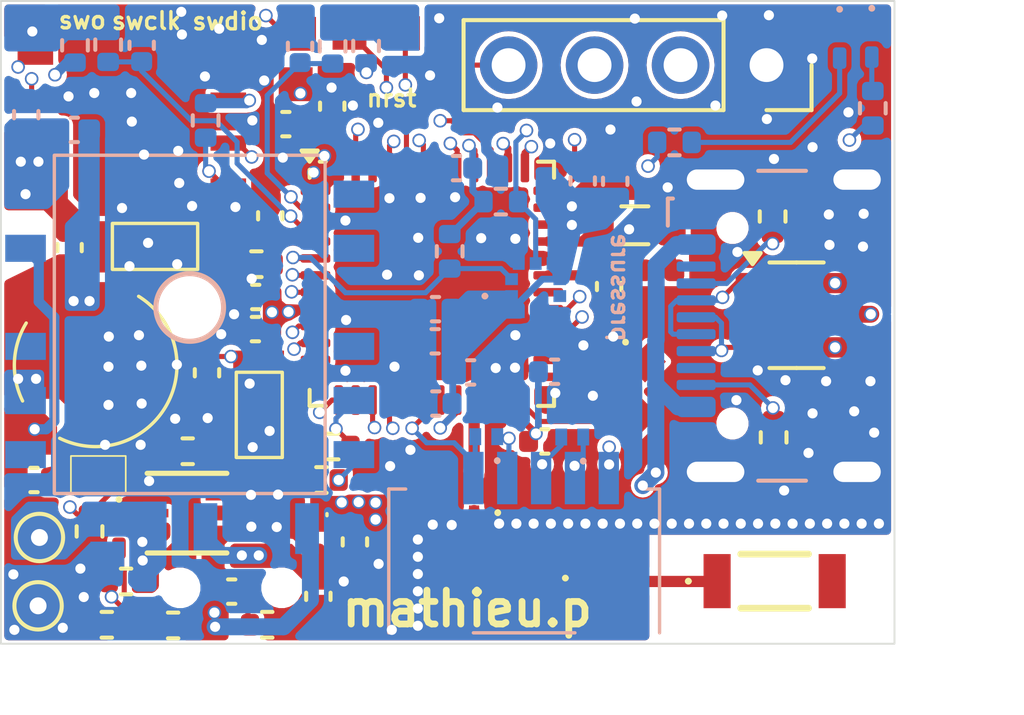
<source format=kicad_pcb>
(kicad_pcb (version 20240108) (generator "pcbnew") (generator_version "8.0")
  (layers (0 "F.Cu" signal) (1 "In1.Cu" signal) (2 "In2.Cu" signal) (3 "In3.Cu" signal) (4 "In4.Cu" signal) (31 "B.Cu" signal) (34 "B.Paste" user) (35 "F.Paste" user) (36 "B.SilkS" user "B.Silkscreen") (37 "F.SilkS" user "F.Silkscreen") (38 "B.Mask" user) (39 "F.Mask" user) (44 "Edge.Cuts" user))
  (net 0 "")
  (net 1 "Net-(BT1-+)")
  (net 2 "GNDGPS")
  (net 3 "Net-(U1-VFBSMPS)")
  (net 4 "GND")
  (net 5 "+3.3V")
  (net 6 "vusb")
  (net 7 "Net-(C3-Pad2)")
  (net 8 "Net-(SW1-B)")
  (net 9 "B2")
  (net 10 "B1")
  (net 11 "Net-(U1-NRST)")
  (net 12 "Net-(U1-PH3)")
  (net 13 "Net-(D1-A)")
  (net 14 "Net-(D1-K)")
  (net 15 "Net-(FL1-OUT)")
  (net 16 "Net-(FL1-IN)")
  (net 17 "Net-(IC1-IN)")
  (net 18 "SPI_MOSi")
  (net 19 "SPI_SCK")
  (net 20 "SPI_MISO")
  (net 21 "SPI_CS")
  (net 22 "COMPASSDA")
  (net 23 "COMPASSCL")
  (net 24 "USART_RX")
  (net 25 "USART_TX")
  (net 26 "OLED_SCL")
  (net 27 "OLED_SDA")
  (net 28 "Net-(J4-CC2)")
  (net 30 "Net-(J4-D--PadA7)")
  (net 31 "Net-(J4-D+-PadA6)")
  (net 32 "Net-(J4-CC1)")
  (net 34 "Net-(L1-Pad2)")
  (net 35 "Net-(U1-VLXSMPS)")
  (net 36 "Net-(PA1010D1-RX)")
  (net 40 "Net-(PA1010D1-TX)")
  (net 43 "ALIMGPS")
  (net 44 "Net-(U2-PROG)")
  (net 45 "Net-(R10-Pad1)")
  (net 46 "Net-(R8-Pad2)")
  (net 47 "GPSRX")
  (net 48 "GPSTX")
  (net 49 "Net-(U1-PA4)")
  (net 50 "BAT+")
  (net 51 "SWDIO")
  (net 52 "SWCLK")
  (net 53 "SWO")
  (net 61 "D+")
  (net 62 "HSE_OUT")
  (net 63 "D-")
  (net 65 "HSE_IN")
  (net 68 "Net-(D2-A)")
  (net 69 "Net-(D3-A)")
  (net 70 "Net-(U1-PB0)")
  (net 71 "Net-(U1-PB1)")
  (footprint "Resistor_SMD:R_0402_1005Metric" (layer "F.Cu") (at 133.82 109.51)
    (property "Reference" "R4" (hide yes))
    (property "Value" "1R" (hide yes))
  )
  (footprint "Capacitor_SMD:C_0402_1005Metric" (layer "F.Cu") (at 135.74 94.18 -90)
    (property "Reference" "C21" (hide yes))
    (property "Value" "100n" (hide yes))
  )
  (footprint "custom_testpoint:TestPoint_Pad_1.0x1.0mm" (layer "F.Cu") (at 134.66 93.53)
    (property "Reference" "REF**" (hide yes))
    (property "Value" "TestPoint_Pad_1.0x1.0mm" (hide yes))
  )
  (footprint "74889302450(antenne):74889302450" (layer "F.Cu") (at 148.81 108.22)
    (property "Reference" "ANT1" (hide yes))
    (property "Value" "74889302450" (hide yes))
  )
  (footprint "DLF162500LT-5028A1:DLF162500LT5028A1" (layer "F.Cu") (at 143.877 108.23)
    (property "Reference" "FL1" (hide yes))
    (property "Value" "LFCN-2400D" (hide yes))
  )
  (footprint "830069494:830069494" (layer "F.Cu") (at 144.91 102.56 -135)
    (property "Reference" "Y1" (hide yes))
    (property "Value" "Crystal_GND24" (hide yes))
  )
  (footprint "Resistor_SMD:R_0402_1005Metric" (layer "F.Cu") (at 129.65 108.23 180)
    (property "Reference" "R17" (hide yes))
    (property "Value" "50k" (hide yes))
  )
  (footprint "custom_testpoint:TestPoint_Pad_1.0x1.0mm" (layer "F.Cu") (at 136.25 92.01)
    (property "Reference" "REF**" (hide yes))
    (property "Value" "TestPoint_Pad_1.0x1.0mm" (hide yes))
  )
  (footprint "Inductor_SMD:L_0402_1005Metric" (layer "F.Cu") (at 145.36 99.03 180)
    (property "Reference" "L2" (hide yes))
    (property "Value" "10n" (hide yes))
  )
  (footprint "Connector_PinSocket_2.54mm:PinSocket_1x04_P2.54mm_Vertical" (layer "F.Cu") (at 148.57 92.965 -90)
    (property "Reference" "J3" (hide yes))
    (property "Value" "OLED" (hide yes))
  )
  (footprint "LTC4065:DFN-6_DC_LIT" (layer "F.Cu") (at 131.450001 106.209999)
    (property "Reference" "U2" (hide yes))
    (property "Value" "LTC4065AEDC" (hide yes))
  )
  (footprint "custom_testpoint:TestPoint_Pad_1.0x1.0mm" (layer "F.Cu") (at 137.83 92.02)
    (property "Reference" "REF**" (hide yes))
    (property "Value" "TestPoint_Pad_1.0x1.0mm" (hide yes))
  )
  (footprint "Capacitor_SMD:C_0402_1005Metric" (layer "F.Cu") (at 132.77 108.53)
    (property "Reference" "C3" (hide yes))
    (property "Value" "1u" (hide yes))
  )
  (footprint "Package_DFN_QFN:QFN-48-1EP_7x7mm_P0.5mm_EP5.6x5.6mm" (layer "F.Cu") (at 138.6825 99.43)
    (property "Reference" "U1" (hide yes))
    (property "Value" "STM32WB55CGUx" (hide yes))
  )
  (footprint "MLPF-WB-01E3:MLPFWB01E3" (layer "F.Cu") (at 139.68 105.547 180)
    (property "Reference" "IC1" (hide yes))
    (property "Value" "MLPF-WB-01E3" (hide yes))
  )
  (footprint "Package_TO_SOT_SMD:SOT-23-6" (layer "F.Cu") (at 149.4575 100.36)
    (property "Reference" "U4" (hide yes))
    (property "Value" "USBLC6-2SC6" (hide yes))
  )
  (footprint "Resistor_SMD:R_0402_1005Metric" (layer "F.Cu") (at 133.5 98.85 180)
    (property "Reference" "R16" (hide yes))
    (property "Value" "10k" (hide yes))
  )
  (footprint "Capacitor_SMD:C_0402_1005Metric" (layer "F.Cu") (at 127.98 98.36 -90)
    (property "Reference" "C9" (hide yes))
    (property "Value" "0.1u" (hide yes))
  )
  (footprint "custom_testpoint:TestPoint_Pad_1.0x1.0mm" (layer "F.Cu") (at 134.76 92.04)
    (property "Reference" "REF**" (hide yes))
    (property "Value" "TestPoint_Pad_1.0x1.0mm" (hide yes))
  )
  (footprint "MS414:MS421R-IV03E" (layer "F.Cu") (at 129.85 99.44 180)
    (property "Reference" "BT1" (hide yes))
    (property "Value" "ML414S" (hide yes))
  )
  (footprint "Capacitor_SMD:C_0402_1005Metric" (layer "F.Cu") (at 134.37 94.71)
    (property "Reference" "C26" (hide yes))
    (property "Value" "100n" (hide yes))
  )
  (footprint "Resistor_SMD:R_0402_1005Metric" (layer "F.Cu") (at 135.77 104.24)
    (property "Reference" "R12" (hide yes))
    (property "Value" "470R" (hide yes))
  )
  (footprint "Capacitor_SMD:C_0402_1005Metric" (layer "F.Cu") (at 142.02 104.09 180)
    (property "Reference" "C23" (hide yes))
    (property "Value" "100p" (hide yes))
  )
  (footprint "LDLN025PU33R:LDLN025PU33R" (layer "F.Cu") (at 134.395 106.335 -90)
    (property "Reference" "U3" (hide yes))
    (property "Value" "LDLN022PU33R" (hide yes))
  )
  (footprint "Inductor_SMD:L_0805_2012Metric" (layer "F.Cu") (at 144.68 97.7)
    (property "Reference" "L1" (hide yes))
    (property "Value" "2.2u" (hide yes))
  )
  (footprint "Resistor_SMD:R_0402_1005Metric" (layer "F.Cu") (at 128.57 106.75 -90)
    (property "Reference" "R6" (hide yes))
    (property "Value" "470k" (hide yes))
  )
  (footprint "KXT3:SW_KXT3" (layer "F.Cu") (at 132.405 97.595 180)
    (property "Reference" "SW4" (hide yes))
    (property "Value" "boot" (hide yes))
  )
  (footprint "TestPoint:TestPoint_THTPad_D1.0mm_Drill0.5mm" (layer "F.Cu") (at 127.05 108.95)
    (property "Reference" "TP1" (hide yes))
    (property "Value" "bat-" (hide yes))
  )
  (footprint "Capacitor_SMD:C_0402_1005Metric" (layer "F.Cu") (at 132.04 102.06 90)
    (property "Reference" "C17" (hide yes))
    (property "Value" "0.1u" (hide yes))
  )
  (footprint "Resistor_SMD:R_0402_1005Metric" (layer "F.Cu") (at 148.78 103.97 -90)
    (property "Reference" "R15" (hide yes))
    (property "Value" "5.1k" (hide yes))
  )
  (footprint "Capacitor_SMD:C_0402_1005Metric" (layer "F.Cu") (at 126.93 105.23)
    (property "Reference" "C8" (hide yes))
    (property "Value" "1u" (hide yes))
  )
  (footprint "Resistor_SMD:R_0402_1005Metric" (layer "F.Cu") (at 135.42 105.23 180)
    (property "Reference" "R11" (hide yes))
    (property "Value" "470R" (hide yes))
  )
  (footprint "Resistor_SMD:R_0402_1005Metric" (layer "F.Cu") (at 131.47 104.38)
    (property "Reference" "R3" (hide yes))
    (property "Value" "20k" (hide yes))
  )
  (footprint "Capacitor_SMD:C_0402_1005Metric" (layer "F.Cu") (at 136.41 107.06 -90)
    (property "Reference" "C5" (hide yes))
    (property "Value" "1u" (hide yes))
  )
  (footprint "W25Q128:SON127P600X500X80-9N-D" (layer "F.Cu") (at 129.82 94.635 180)
    (property "Reference" "IC2" (hide yes))
    (property "Value" "W25Q128JVPIQ_TR" (hide yes))
  )
  (footprint "LED_SMD:LED_0201_0603Metric_Pad0.64x0.40mm_HandSolder" (layer "F.Cu") (at 129.44 106.84 -90)
    (property "Reference" "D1" (hide yes))
    (property "Value" "~" (hide yes))
  )
  (footprint "Resistor_SMD:R_0402_1005Metric" (layer "F.Cu") (at 148.75 97.44 90)
    (property "Reference" "R14" (hide yes))
    (property "Value" "5.1k" (hide yes))
  )
  (footprint "Capacitor_SMD:C_0402_1005Metric" (layer "F.Cu") (at 133.47 100.77)
    (property "Reference" "C15" (hide yes))
    (property "Value" "10n" (hide yes))
  )
  (footprint "KXT3:SW_KXT3" (layer "F.Cu") (at 134.315 105.205 90)
    (property "Reference" "SW5" (hide yes))
    (property "Value" "RSTBTN" (hide yes))
  )
  (footprint "2N7002KQBZ:2N7002KQB" (layer "F.Cu") (at 129.58 105.58 90)
    (property "Reference" "Q1" (hide yes))
    (property "Value" "2N7002K" (hide yes))
  )
  (footprint "Resistor_SMD:R_0402_1005Metric" (layer "F.Cu") (at 131.04 109.53 180)
    (property "Reference" "R5" (hide yes))
    (property "Value" "510R" (hide yes))
  )
  (footprint "TestPoint:TestPoint_THTPad_D1.0mm_Drill0.5mm" (layer "F.Cu") (at 127.09 106.93)
    (property "Reference" "TP2" (hide yes))
    (property "Value" "bat+" (hide yes))
  )
  (footprint "Capacitor_SMD:C_0402_1005Metric" (layer "F.Cu") (at 135.33 108.67 -90)
    (property "Reference" "C4" (hide yes))
    (property "Value" "1u" (hide yes))
  )
  (footprint "Capacitor_SMD:C_0402_1005Metric" (layer "F.Cu") (at 143.92 99.51 90)
    (property "Reference" "C1" (hide yes))
    (property "Value" "4.7u" (hide yes))
  )
  (footprint "Resistor_SMD:R_0402_1005Metric" (layer "F.Cu") (at 129.08 109.51 180)
    (property "Reference" "R18" (hide yes))
    (property "Value" "50k" (hide yes))
  )
  (footprint "Capacitor_SMD:C_0402_1005Metric" (layer "F.Cu") (at 133.91 97.42 -90)
    (property "Reference" "C18" (hide yes))
    (property "Value" "10n" (hide yes))
  )
  (footprint "Capacitor_SMD:C_0402_1005Metric" (layer "F.Cu") (at 133.48 99.82)
    (property "Reference" "C16" (hide yes))
    (property "Value" "1u" (hide yes))
  )
  (footprint "Capacitor_SMD:C_0402_1005Metric" (layer "B.Cu") (at 126.7 94.43 90)
    (property "Reference" "C11" (hide yes))
    (property "Value" "100n" (hide yes))
  )
  (footprint "MMBZ33VB-QBZ:BC847BQBZ" (layer "B.Cu") (at 142.83 103.42)
    (property "Reference" "D5" (hide yes))
    (property "Value" "MMBZ33VB-QBZ" (hide yes))
  )
  (footprint "custom_testpoint:TestPoint_Pad_1.0x1.0mm" (layer "B.Cu") (at 126.88 91.97 180)
    (property "Reference" "TP3" (hide yes))
    (property "Value" "B1" (hide yes))
  )
  (footprint "Capacitor_SMD:C_0402_1005Metric" (layer "B.Cu") (at 138.78 101.13)
    (property "Reference" "C19" (hide yes))
    (property "Value" "4.7u" (hide yes))
  )
  (footprint "Capacitor_SMD:C_0402_1005Metric" (layer "B.Cu") (at 139.83 102.05 180)
    (property "Reference" "C12" (hide yes))
    (property "Value" "4.7u" (hide yes))
  )
  (footprint "Resistor_SMD:R_0402_1005Metric" (layer "B.Cu") (at 136.74 92.4 90)
    (property "Reference" "R8" (hide yes))
    (property "Value" "10k" (hide yes))
  )
  (footprint "WSEN-PADS:2511020213301" (layer "B.Cu") (at 141.75 99.543)
    (property "Reference" "WSEN-PADS1" (hide yes))
    (property "Value" "~" (hide yes))
  )
  (footprint "Capacitor_SMD:C_0402_1005Metric" (layer "B.Cu") (at 139.41 96.01)
    (property "Reference" "C2" (hide yes))
    (property "Value" "100n" (hide yes))
  )
  (footprint "Capacitor_SMD:C_0402_1005Metric" (layer "B.Cu") (at 128.12 94.88)
    (property "Reference" "C10" (hide yes))
    (property "Value" "1u" (hide yes))
  )
  (footprint "Capacitor_SMD:C_0402_1005Metric" (layer "B.Cu") (at 144.1 96.4 -90)
    (property "Reference" "C24" (hide yes))
    (property "Value" "4.7u" (hide yes))
  )
  (footprint "Resistor_SMD:R_0402_1005Metric" (layer "B.Cu") (at 151.71 94.24 90)
    (property "Reference" "R1" (hide yes))
    (property "Value" "510R" (hide yes))
  )
  (footprint "Resistor_SMD:R_0402_1005Metric" (layer "B.Cu") (at 135.75 92.41 -90)
    (property "Reference" "R9" (hide yes))
    (property "Value" "10k" (hide yes))
  )
  (footprint "Resistor_SMD:R_0402_1005Metric" (layer "B.Cu") (at 145.85 95.25)
    (property "Reference" "R2" (hide yes))
    (property "Value" "510R" (hide yes))
  )
  (footprint "Resistor_SMD:R_0402_1005Metric" (layer "B.Cu") (at 129.12 92.36 -90)
    (property "Reference" "R10" (hide yes))
    (property "Value" "10k" (hide yes))
  )
  (footprint "Capacitor_SMD:C_0402_1005Metric" (layer "B.Cu") (at 134.79 92.41 90)
    (property "Reference" "C6" (hide yes))
    (property "Value" "10n" (hide yes))
  )
  (footprint "LED_SMD:LED_0201_0603Metric_Pad0.64x0.40mm_HandSolder" (layer "B.Cu") (at 151.68 92.32 -90)
    (property "Reference" "D2" (hide yes))
    (property "Value" "~" (hide yes))
  )
  (footprint "Resistor_SMD:R_0402_1005Metric" (layer "B.Cu") (at 128.14 92.38 90)
    (property "Reference" "R7" (hide yes))
    (property "Value" "10k" (hide yes))
  )
  (footprint "Capacitor_SMD:C_0402_1005Metric" (layer "B.Cu") (at 143.14 96.39 -90)
    (property "Reference" "C22" (hide yes))
    (property "Value" "100n" (hide yes))
  )
  (footprint "Resistor_SMD:R_0402_1005Metric" (layer "B.Cu") (at 140.72 97)
    (property "Reference" "R20" (hide yes))
    (property "Value" "2.2k" (hide yes))
  )
  (footprint "USBWURTH:USBC-WURTH" (layer "B.Cu") (at 150.17 100.67 -90)
    (property "Reference" "J4" (hide yes))
    (property "Value" "USB_C_Receptacle_USB2.0_14P" (hide yes))
  )
  (footprint "Resistor_SMD:R_0402_1005Metric" (layer "B.Cu") (at 132 94.6 90)
    (property "Reference" "R13" (hide yes))
    (property "Value" "10k" (hide yes))
  )
  (footprint "PCM:SW_PCM" (layer "B.Cu") (at 136.895 109.7825 180)
    (property "Reference" "SW1" (hide yes))
    (property "Value" "Int" (hide yes))
  )
  (footprint "custom_testpoint:TestPoint_Pad_1.0x1.0mm" (layer "B.Cu") (at 132.4 91.89 180)
    (property "Reference" "TP4" (hide yes))
    (property "Value" "GNDBTN" (hide yes))
  )
  (footprint "LED_SMD:LED_0201_0603Metric_Pad0.64x0.40mm_HandSolder" (layer "B.Cu") (at 150.73 92.35 -90)
    (property "Reference" "D3" (hide yes))
    (property "Value" "~" (hide yes))
  )
  (footprint "custom_testpoint:TestPoint_Pad_1.0x1.0mm" (layer "B.Cu") (at 137.81 92.04 180)
    (property "Reference" "TP5" (hide yes))
    (property "Value" "B2" (hide yes))
  )
  (footprint "SM06B-SRSS:SM06BSRSSTB" (layer "B.Cu") (at 141.41 107.46 180)
    (property "Reference" "J1" (hide yes))
    (property "Value" "SM06B-SRSS-TB" (hide yes))
  )
  (footprint "Capacitor_SMD:C_0402_1005Metric" (layer "B.Cu") (at 142.31 102.03 180)
    (property "Reference" "C13" (hide yes))
    (property "Value" "100n" (hide yes))
  )
  (footprint "Capacitor_SMD:C_0402_1005Metric" (layer "B.Cu") (at 130.11 92.38 90)
    (property "Reference" "C7" (hide yes))
    (property "Value" "10n" (hide yes))
  )
  (footprint "Capacitor_SMD:C_0402_1005Metric" (layer "B.Cu") (at 138.79 100.18)
    (property "Reference" "C20" (hide yes))
    (property "Value" "100n" (hide yes))
  )
  (footprint "Resistor_SMD:R_0402_1005Metric" (layer "B.Cu") (at 139.21 98.47 90)
    (property "Reference" "R19" (hide yes))
    (property "Value" "2.2k" (hide yes))
  )
  (footprint "PA1010D:PA1010D" (layer "B.Cu") (at 136.53 105.63 180)
    (property "Reference" "PA1010D1" (hide yes))
    (property "Value" "PA1010D" (hide yes))
  )
  (footprint "MMBZ33VB-QBZ:BC847BQBZ" (layer "B.Cu") (at 140.29 103.41)
    (property "Reference" "D4" (hide yes))
    (property "Value" "MMBZ33VB-QBZ" (hide yes))
  )
  (footprint "Capacitor_SMD:C_0402_1005Metric" (layer "B.Cu") (at 138.8 102.97)
    (property "Reference" "C25" (hide yes))
    (property "Value" "100n" (hide yes))
  )
  (gr_rect (start 125.95 91.07) (end 152.35 110.07) (stroke (width 0.05)) (fill none) (layer "Edge.Cuts"))
  (gr_text "pressure\n" (at 143.95 101.2 270) (layer "B.SilkS") (effects (font (size 0.5 0.5) (thickness 0.1)) (justify left bottom mirror)))
  (gr_text "swo" (at 127.6 91.93 0) (layer "F.SilkS") (effects (font (size 0.5 0.5) (thickness 0.1)) (justify left bottom)))
  (gr_text "mathieu.p" (at 135.93 109.62 0) (layer "F.SilkS") (effects (font (size 1 1) (thickness 0.2) (bold yes)) (justify left bottom)))
  (gr_text "swdio" (at 131.55 91.96 0) (layer "F.SilkS") (effects (font (size 0.5 0.5) (thickness 0.1)) (justify left bottom)))
  (gr_text "nrst" (at 136.7 94.24 0) (layer "F.SilkS") (effects (font (size 0.5 0.5) (thickness 0.1)) (justify left bottom)))
  (gr_text "swclk" (at 129.17 91.95 0) (layer "F.SilkS") (effects (font (size 0.5 0.5) (thickness 0.1)) (justify left bottom)))
  (via (at 126.95 103.73) (size 0.4) (drill 0.3) (layers "F.Cu" "B.Cu") (net 1))
  (segment (start 127.53 103.49) (end 127.53 100.42) (width 0.3) (layer "B.Cu") (net 1))
  (segment (start 127.07 99.96) (end 127.07 98.77) (width 0.3) (layer "B.Cu") (net 1))
  (segment (start 127.53 100.42) (end 127.07 99.96) (width 0.3) (layer "B.Cu") (net 1))
  (segment (start 127.29 103.73) (end 127.53 103.49) (width 0.3) (layer "B.Cu") (net 1))
  (segment (start 127.07 98.77) (end 126.68 98.38) (width 0.3) (layer "B.Cu") (net 1))
  (segment (start 126.95 103.73) (end 127.29 103.73) (width 0.3) (layer "B.Cu") (net 1))
  (via (at 128.1 99.94) (size 0.4) (drill 0.3) (layers "F.Cu" "B.Cu") (net 2))
  (via (at 126.46 102.24) (size 0.4) (drill 0.3) (layers "F.Cu" "B.Cu") (net 2))
  (via (at 126.99 102.24) (size 0.4) (drill 0.3) (layers "F.Cu" "B.Cu") (net 2))
  (via (at 128.57 99.94) (size 0.4) (drill 0.3) (layers "F.Cu" "B.Cu") (net 2))
  (segment (start 143.21 99.18) (end 143.36 99.03) (width 0.3) (layer "F.Cu") (net 3))
  (segment (start 144.875 99.03) (end 143.92 99.03) (width 0.3) (layer "F.Cu") (net 3))
  (segment (start 142.12 99.18) (end 143.21 99.18) (width 0.3) (layer "F.Cu") (net 3))
  (segment (start 143.36 99.03) (end 143.92 99.03) (width 0.3) (layer "F.Cu") (net 3))
  (via (at 136.35 94.16) (size 0.4) (drill 0.3) (layers "F.Cu" "B.Cu") (net 4))
  (via (at 130.3 98.22) (size 0.4) (drill 0.3) (layers "F.Cu" "B.Cu") (net 4))
  (via (at 150.43 98.28) (size 0.4) (drill 0.3) (layers "F.Cu" "B.Cu") (net 4))
  (via (at 149.09 105.54) (size 0.4) (drill 0.3) (layers "F.Cu" "B.Cu") (net 4))
  (via (at 128.3 107.85) (size 0.4) (drill 0.3) (layers "F.Cu" "B.Cu") (net 4))
  (via (at 136.13 102) (size 0.4) (drill 0.3) (layers "F.Cu" "B.Cu") (net 4))
  (via (at 138.35 96.89) (size 0.4) (drill 0.3) (layers "F.Cu" "B.Cu") (net 4))
  (via (at 143.22 106.52) (size 0.4) (drill 0.3) (layers "F.Cu" "B.Cu") (net 4))
  (via (at 149.93 103.26) (size 0.4) (drill 0.3) (layers "F.Cu" "B.Cu") (net 4))
  (via (at 145.26 106.52) (size 0.4) (drill 0.3) (layers "F.Cu" "B.Cu") (net 4))
  (via (at 137.36 99.16) (size 0.4) (drill 0.3) (layers "F.Cu" "B.Cu") (net 4))
  (via (at 137.1 94.67) (size 0.4) (drill 0.3) (layers "F.Cu" "B.Cu") (net 4))
  (via (at 127.78 109.6) (size 0.4) (drill 0.3) (layers "F.Cu" "B.Cu") (net 4))
  (via (at 140.67 106.52) (size 0.4) (drill 0.3) (layers "F.Cu" "B.Cu") (net 4))
  (via (at 151.38 106.52) (size 0.4) (drill 0.3) (layers "F.Cu" "B.Cu") (net 4))
  (via (at 137.45 104.82) (size 0.4) (drill 0.3) (layers "F.Cu" "B.Cu") (net 4))
  (via (at 147.06 94.16) (size 0.4) (drill 0.3) (layers "F.Cu" "B.Cu") (net 4))
  (via (at 129.13 101.88) (size 0.4) (drill 0.3) (layers "F.Cu" "B.Cu") (net 4))
  (via (at 130.03 100.95) (size 0.4) (drill 0.3) (layers "F.Cu" "B.Cu") (net 4))
  (via (at 130.18 95.61) (size 0.4) (drill 0.3) (layers "F.Cu" "B.Cu") (net 4))
  (via (at 133.89 103.78) (size 0.4) (drill 0.3) (layers "F.Cu" "B.Cu") (net 4))
  (via (at 132.88 97.16) (size 0.4) (drill 0.3) (layers "F.Cu" "B.Cu") (net 4))
  (via (at 143.16 101.25) (size 0.4) (drill 0.3) (layers "F.Cu" "B.Cu") (net 4))
  (via (at 142.2 106.52) (size 0.4) (drill 0.3) (layers "F.Cu" "B.Cu") (net 4))
  (via (at 129.82 94.635) (size 0.4) (drill 0.3) (layers "F.Cu" "B.Cu") (net 4))
  (via (at 138.71 106.55) (size 0.4) (drill 0.3) (layers "F.Cu" "B.Cu") (net 4))
  (via (at 138.05 104.34) (size 0.4) (drill 0.3) (layers "F.Cu" "B.Cu") (net 4))
  (via (at 140.57 101.92) (size 0.4) (drill 0.3) (layers "F.Cu" "B.Cu") (net 4))
  (via (at 133.38 94.6) (size 0.4) (drill 0.3) (layers "F.Cu" "B.Cu") (net 4))
  (via (at 126.35 109.66) (size 0.4) (drill 0.3) (layers "F.Cu" "B.Cu") (net 4))
  (via (at 143.44 102.74) (size 0.4) (drill 0.3) (layers "F.Cu" "B.Cu") (net 4))
  (via (at 139.37 96.87) (size 0.4) (drill 0.3) (layers "F.Cu" "B.Cu") (net 4))
  (via (at 138.9 91.58) (size 0.4) (drill 0.3) (layers "F.Cu" "B.Cu") (net 4))
  (via (at 149.34 106.52) (size 0.4) (drill 0.3) (layers "F.Cu" "B.Cu") (net 4))
  (via (at 129.8 93.79) (size 0.4) (drill 0.3) (layers "F.Cu" "B.Cu") (net 4))
  (via (at 132.46 100.92) (size 0.4) (drill 0.3) (layers "F.Cu" "B.Cu") (net 4))
  (via (at 128.71 93.79) (size 0.4) (drill 0.3) (layers "F.Cu" "B.Cu") (net 4))
  (via (at 141.15 100.95) (size 0.4) (drill 0.3) (layers "F.Cu" "B.Cu") (net 4))
  (via (at 138.27 106.99) (size 0.4) (drill 0.3) (layers "F.Cu" "B.Cu") (net 4))
  (via (at 130.33 105.26) (size 0.4) (drill 0.3) (layers "F.Cu" "B.Cu") (net 4))
  (via (at 145.65 96.58) (size 0.4) (drill 0.3) (layers "F.Cu" "B.Cu") (net 4))
  (via (at 151.16 103.2) (size 0.4) (drill 0.3) (layers "F.Cu" "B.Cu") (net 4))
  (via (at 148.64 91.49) (size 0.4) (drill 0.3) (layers "F.Cu" "B.Cu") (net 4))
  (via (at 141.14 101.91) (size 0.4) (drill 0.3) (layers "F.Cu" "B.Cu") (net 4))
  (via (at 136.08 108.23) (size 0.4) (drill 0.3) (layers "F.Cu" "B.Cu") (net 4))
  (via (at 127.95 93.89) (size 0.4) (drill 0.3) (layers "F.Cu" "B.Cu") (net 4))
  (via (at 126.32 108.02) (size 0.4) (drill 0.3) (layers "F.Cu" "B.Cu") (net 4))
  (via (at 133.34 105.67) (size 0.4) (drill 0.3) (layers "F.Cu" "B.Cu") (net 4))
  (via (at 132.4 91.89) (size 0.4) (drill 0.3) (layers "F.Cu" "B.Cu") (net 4))
  (via (at 144.68 91.59) (size 0.4) (drill 0.3) (layers "F.Cu" "B.Cu") (net 4))
  (via (at 133.3 102.38) (size 0.4) (drill 0.3) (layers "F.Cu" "B.Cu") (net 4))
  (via (at 147.81 106.52) (size 0.4) (drill 0.3) (layers "F.Cu" "B.Cu") (net 4))
  (via (at 150.33 102.31) (size 0.4) (drill 0.3) (layers "F.Cu" "B.Cu") (net 4))
  (via (at 138.27 109.03) (size 0.4) (drill 0.3) (layers "F.Cu" "B.Cu") (net 4))
  (via (at 140.62 94.22) (size 0.4) (drill 0.3) (layers "F.Cu" "B.Cu") (net 4))
  (via (at 147.71 98.49) (size 0.4) (drill 0.3) (layers "F.Cu" "B.Cu") (net 4))
  (via (at 148.32 106.52) (size 0.4) (drill 0.3) (layers "F.Cu" "B.Cu") (net 4))
  (via (at 148.83 106.52) (size 0.4) (drill 0.3) (layers "F.Cu" "B.Cu") (net 4))
  (via (at 138.63 93.27) (size 0.4) (drill 0.3) (layers "F.Cu" "B.Cu") (net 4))
  (via (at 142.18 95.28) (size 0.4) (drill 0.3) (layers "F.Cu" "B.Cu") (net 4))
  (via (at 142.71 106.52) (size 0.4) (drill 0.3) (layers "F.Cu" "B.Cu") (net 4))
  (via (at 131.22 96.45) (size 0.4) (drill 0.3) (layers "F.Cu" "B.Cu") (net 4))
  (via (at 147.68 102.87) (size 0.4) (drill 0.3) (layers "F.Cu" "B.Cu") (net 4))
  (via (at 146.79 106.52) (size 0.4) (drill 0.3) (layers "F.Cu" "B.Cu") (net 4))
  (via (at 149.13 102.28) (size 0.4) (drill 0.3) (layers "F.Cu" "B.Cu") (net 4))
  (via (at 150.36 106.52) (size 0.4) (drill 0.3) (layers "F.Cu" "B.Cu") (net 4))
  (via (at 129.14 100.99) (size 0.4) (drill 0.3) (layers "F.Cu" "B.Cu") (net 4))
  (via (at 140.14 98.08) (size 0.4) (drill 0.3) (layers "F.Cu" "B.Cu") (net 4))
  (via (at 138.27 107.5) (size 0.4) (drill 0.3) (layers "F.Cu" "B.Cu") (net 4))
  (via (at 151.44 97.36) (size 0.4) (drill 0.3) (layers "F.Cu" "B.Cu") (net 4))
  (via (at 131.28 91.39) (size 0.4) (drill 0.3) (layers "F.Cu" "B.Cu") (net 4))
  (via (at 143.73 106.52) (size 0.4) (drill 0.3) (layers "F.Cu" "B.Cu") (net 4))
  (via (at 130.08 104.19) (size 0.4) (drill 0.3) (layers "F.Cu" "B.Cu") (net 4))
  (via (at 129.03 104.19) (size 0.4) (drill 0.3) (layers "F.Cu" "B.Cu") (net 4))
  (via (at 144.04 100.99) (size 0.4) (drill 0.3) (layers "F.Cu" "B.Cu") (net 4))
  (via (at 147.3 106.52) (size 0.4) (drill 0.3) (layers "F.Cu" "B.Cu") (net 4))
  (via (at 150.41 97.38) (size 0.4) (drill 0.3) (layers "F.Cu" "B.Cu") (net 4))
  (via (at 151.75 103.83) (size 0.4) (drill 0.3) (layers "F.Cu" "B.Cu") (net 4))
  (via (at 149.81 104.43) (size 0.4) (drill 0.3) (layers "F.Cu" "B.Cu") (net 4))
  (via (at 138.28 98.07) (size 0.4) (drill 0.3) (layers "F.Cu" "B.Cu") (net 4))
  (via (at 134.28 95.7) (size 0.4) (drill 0.3) (layers "F.Cu" "B.Cu") (net 4))
  (via (at 144.73 94.04) (size 0.4) (drill 0.3) (layers "F.Cu" "B.Cu") (net 4))
  (via (at 138.27 108.01) (size 0.4) (drill 0.3) (layers "F.Cu" "B.Cu") (net 4))
  (via (at 129.75 98.91) (size 0.4) (drill 0.3) (layers "F.Cu" "B.Cu") (net 4))
  (via (at 147.26 91.5) (size 0.4) (drill 0.3) (layers "F.Cu" "B.Cu") (net 4))
  (via (at 130.11 102.97) (size 0.4) (drill 0.3) (layers "F.Cu" "B.Cu") (net 4))
  (via (at 129.53 97.19) (size 0.4) (drill 0.3) (layers "F.Cu" "B.Cu") (net 4))
  (via (at 141.18 106.52) (size 0.4) (drill 0.3) (layers "F.Cu" "B.Cu") (net 4))
  (via (at 148.79 95.74) (size 0.4) (drill 0.3) (layers "F.Cu" "B.Cu") (net 4))
  (via (at 151.89 106.52) (size 0.4) (drill 0.3) (layers "F.Cu" "B.Cu") (net 4))
  (via (at 133.39 104.26) (size 0.4) (drill 0.3) (layers "F.Cu" "B.Cu") (net 4))
  (via (at 131.3 92.06) (size 0.4) (drill 0.3) (layers "F.Cu" "B.Cu") (net 4))
  (via (at 136.13 97.56) (size 0.4) (drill 0.3) (layers "F.Cu" "B.Cu") (net 4))
  (via (at 134.14 105.66) (size 0.4) (drill 0.3) (layers "F.Cu" "B.Cu") (net 4))
  (via (at 148.58 94.56) (size 0.4) (drill 0.3) (layers "F.Cu" "B.Cu") (net 4))
  (via (at 133.66 92.22) (size 0.4) (drill 0.3) (layers "F.Cu" "B.Cu") (net 4))
  (via (at 133.729834 93.419834) (size 0.4) (drill 0.3) (layers "F.Cu" "B.Cu") (net 4))
  (via (at 141.69 106.52) (size 0.4) (drill 0.3) (layers "F.Cu" "B.Cu") (net 4))
  (via (at 151.42 98.33) (size 0.4) (drill 0.3) (layers "F.Cu" "B.Cu") (net 4))
  (via (at 144.75 106.52) (size 0.4) (drill 0.3) (layers "F.Cu" "B.Cu") (net 4))
  (via (at 137.5 109.66) (size 0.4) (drill 0.3) (layers "F.Cu" "B.Cu") (net 4))
  (via (at 131.16 98.85) (size 0.4) (drill 0.3) (layers "F.Cu" "B.Cu") (net 4))
  (via (at 136.15 100.5) (size 0.4) (drill 0.3) (layers "F.Cu" "B.Cu") (net 4))
  (via (at 138.27 108.52) (size 0.4) (drill 0.3) (layers "F.Cu" "B.Cu") (net 4))
  (via (at 131.6 97.13) (size 0.4) (drill 0.3) (layers "F.Cu" "B.Cu") (net 4))
  (via (at 138.3 99.18) (size 0.4) (drill 0.3) (layers "F.Cu" "B.Cu") (net 4))
  (via (at 148.31 101.99) (size 0.4) (drill 0.3) (layers "F.Cu" "B.Cu") (net 4))
  (via (at 130.1 101.85) (size 0.4) (drill 0.3) (layers "F.Cu" "B.Cu") (net 4))
  (via (at 132.06 103.4) (size 0.4) (drill 0.3) (layers "F.Cu" "B.Cu") (net 4))
  (via (at 133.35 106.61) (size 0.4) (drill 0.3) (layers "F.Cu" "B.Cu") (net 4))
  (via (at 131.19 95.5) (size 0.4) (drill 0.3) (layers "F.Cu" "B.Cu") (net 4))
  (via (at 149.85 106.52) (size 0.4) (drill 0.3) (layers "F.Cu" "B.Cu") (net 4))
  (via (at 142.33 102.66) (size 0.4) (drill 0.3) (layers "F.Cu" "B.Cu") (net 4))
  (via (at 144.509834 97.819834) (size 0.4) (drill 0.3) (layers "F.Cu" "B.Cu") (net 4))
  (via (at 133.36 99.28) (size 0.4) (drill 0.3) (layers "F.Cu" "B.Cu") (net 4))
  (via (at 131.15 101.82) (size 0.4) (drill 0.3) (layers "F.Cu" "B.Cu") (net 4))
  (via (at 144.24 106.52) (size 0.4) (drill 0.3) (layers "F.Cu" "B.Cu") (net 4))
  (via (at 137.43 96.9) (size 0.4) (drill 0.3) (layers "F.Cu" "B.Cu") (net 4))
  (via (at 131.1 103.42) (size 0.4) (drill 0.3) (layers "F.Cu" "B.Cu") (net 4))
  (via (at 149.92 92.77) (size 0.4) (drill 0.3) (layers "F.Cu" "B.Cu") (net 4))
  (via (at 138.27 109.54) (size 0.4) (drill 0.3) (layers "F.Cu" "B.Cu") (net 4))
  (via (at 128.4 108.69) (size 0.4) (drill 0.3) (layers "F.Cu" "B.Cu") (net 4))
  (via (at 139.27 106.56) (size 0.4) (drill 0.3) (layers "F.Cu" "B.Cu") (net 4))
  (via (at 129.13 103.01) (size 0.4) (drill 0.3) (layers "F.Cu" "B.Cu") (net 4))
  (via (at 150.99 94.36) (size 0.4) (drill 0.3) (layers "F.Cu" "B.Cu") (net 4))
  (via (at 149.93 95.39) (size 0.4) (drill 0.3) (layers "F.Cu" "B.Cu") (net 4))
  (via (at 150.87 106.52) (size 0.4) (drill 0.3) (layers "F.Cu" "B.Cu") (net 4))
  (via (at 135.72 93.63) (size 0.4) (drill 0.3) (layers "F.Cu" "B.Cu") (net 4))
  (via (at 151.64 102.31) (size 0.4) (drill 0.3) (layers "F.Cu" "B.Cu") (net 4))
  (via (at 141.15 98.1) (size 0.4) (drill 0.3) (layers "F.Cu" "B.Cu") (net 4))
  (via (at 143.96 94.87) (size 0.4) (drill 0.3) (layers "F.Cu" "B.Cu") (net 4))
  (via (at 146.28 106.52) (size 0.4) (drill 0.3) (layers "F.Cu" "B.Cu") (net 4))
  (via (at 134.1 106.62) (size 0.4) (drill 0.3) (layers "F.Cu" "B.Cu") (net 4))
  (via (at 137.58 101.88) (size 0.4) (drill 0.3) (layers "F.Cu" "B.Cu") (net 4))
  (via (at 137.11 107.71) (size 0.4) (drill 0.3) (layers "F.Cu" "B.Cu") (net 4))
  (via (at 132.84 100.33) (size 0.4) (drill 0.3) (layers "F.Cu" "B.Cu") (net 4))
  (via (at 145.77 106.52) (size 0.4) (drill 0.3) (layers "F.Cu" "B.Cu") (net 4))
  (via (at 131.98 93.3) (size 0.4) (drill 0.3) (layers "F.Cu" "B.Cu") (net 4))
  (segment (start 141.259536 103.505) (end 140.9325 103.177964) (width 0.2) (layer "F.Cu") (net 5))
  (segment (start 139.9325 95.49406) (end 139.780013 95.341573) (width 0.2) (layer "F.Cu") (net 5))
  (segment (start 142.82 97.14) (end 142.78 97.18) (width 0.2) (layer "F.Cu") (net 5))
  (segment (start 139.4325 103.1875) (end 139.4325 102.8675) (width 0.2) (layer "F.Cu") (net 5))
  (segment (start 141.54 104.073482) (end 141.54 104.09) (width 0.2) (layer "F.Cu") (net 5))
  (segment (start 142.78 97.18) (end 142.12 97.18) (width 0.2) (layer "F.Cu") (net 5))
  (segment (start 141.758656 103.854826) (end 141.54 104.073482) (width 0.2) (layer "F.Cu") (net 5))
  (segment (start 138.93 103.69) (end 139.4325 103.1875) (width 0.2) (layer "F.Cu") (net 5))
  (segment (start 139.9325 95.9925) (end 139.9325 95.49406) (width 0.2) (layer "F.Cu") (net 5))
  (segment (start 141.40883 103.505) (end 141.259536 103.505) (width 0.2) (layer "F.Cu") (net 5))
  (segment (start 140.9325 103.177964) (end 140.9325 102.8675) (width 0.2) (layer "F.Cu") (net 5))
  (segment (start 142.81 97.68) (end 142.12 97.68) (width 0.2) (layer "F.Cu") (net 5))
  (segment (start 141.758656 103.854826) (end 141.40883 103.505) (width 0.2) (layer "F.Cu") (net 5))
  (segment (start 142.82 97.69) (end 142.81 97.68) (width 0.2) (layer "F.Cu") (net 5))
  (via (at 136.520275 105.883344) (size 0.4) (drill 0.3) (layers "F.Cu" "B.Cu") (net 5))
  (via (at 136.020388 105.894068) (size 0.4) (drill 0.3) (layers "F.Cu" "B.Cu") (net 5))
  (via (at 127.06 95.82) (size 0.4) (drill 0.3) (layers "F.Cu" "B.Cu") (net 5))
  (via (at 127.549196 93.250066) (size 0.4) (drill 0.3) (layers "F.Cu" "B.Cu") (net 5))
  (via (at 135.51 95.65) (size 0.4) (drill 0.3) (layers "F.Cu" "B.Cu") (net 5))
  (via (at 135.19 96.14) (size 0.4) (drill 0.3) (layers "F.Cu" "B.Cu") (net 5))
  (via (at 136.75 93.18) (size 0.4) (drill 0.3) (layers "F.Cu" "B.Cu") (net 5))
  (via (at 142.82 97.14) (size 0.4) (drill 0.3) (layers "F.Cu" "B.Cu") (net 5))
  (via (at 143.92 104.26) (size 0.4) (drill 0.3) (layers "F.Cu" "B.Cu") (net 5))
  (via (at 133.96 100.27) (size 0.4) (drill 0.3) (layers "F.Cu" "B.Cu") (net 5))
  (via (at 141.758656 103.854826) (size 0.4) (drill 0.3) (layers "F.Cu" "B.Cu") (net 5))
  (via (at 143.92 104.77) (size 0.4) (drill 0.3) (layers "F.Cu" "B.Cu") (net 5))
  (via (at 126.68 96.78) (size 0.4) (drill 0.3) (layers "F.Cu" "B.Cu") (net 5))
  (via (at 133.29 94.01) (size 0.4) (drill 0.3) (layers "F.Cu" "B.Cu") (net 5))
  (via (at 126.54 95.82) (size 0.4) (drill 0.3) (layers "F.Cu" "B.Cu") (net 5))
  (via (at 142.82 97.69) (size 0.4) (drill 0.3) (layers "F.Cu" "B.Cu") (net 5))
  (via (at 138.93 103.69) (size 0.4) (drill 0.3) (layers "F.Cu" "B.Cu") (net 5))
  (via (at 137.02 106.4) (size 0.4) (drill 0.3) (layers "F.Cu" "B.Cu") (net 5))
  (via (at 139.780013 95.341573) (size 0.4) (drill 0.3) (layers "F.Cu" "B.Cu") (net 5))
  (via (at 134.45 100.26) (size 0.4) (drill 0.3) (layers "F.Cu" "B.Cu") (net 5))
  (via (at 137.02 105.899997) (size 0.4) (drill 0.3) (layers "F.Cu" "B.Cu") (net 5))
  (segment (start 127.549196 93.250066) (end 127.909262 92.89) (width 0.3) (layer "B.Cu") (net 5))
  (segment (start 139.3 103.32) (end 139.3 102.1) (width 0.2) (layer "B.Cu") (net 5))
  (segment (start 143.92 104.26) (end 143.92 104.77) (width 0.2) (layer "B.Cu") (net 5))
  (segment (start 132 94.09) (end 133.21 94.09) (width 0.3) (layer "B.Cu") (net 5))
  (segment (start 139.89 96.01) (end 139.89 95.45156) (width 0.2) (layer "B.Cu") (net 5))
  (segment (start 141.25 99.9935) (end 141.25 100.256) (width 0.2) (layer "B.Cu") (net 5))
  (segment (start 127.909262 92.89) (end 128.14 92.89) (width 0.3) (layer "B.Cu") (net 5))
  (segment (start 139.89 96.01) (end 139.89 96.68) (width 0.2) (layer "B.Cu") (net 5))
  (segment (start 141.758656 103.854826) (end 141.83 103.783482) (width 0.2) (layer "B.Cu") (net 5))
  (segment (start 133.21 94.09) (end 133.29 94.01) (width 0.3) (layer "B.Cu") (net 5))
  (segment (start 142.463 99.293) (end 141.9505 99.293) (width 0.2) (layer "B.Cu") (net 5))
  (segment (start 139.89 95.45156) (end 139.780013 95.341573) (width 0.2) (layer "B.Cu") (net 5))
  (segment (start 139.3 102.1) (end 139.35 102.05) (width 0.2) (layer "B.Cu") (net 5))
  (segment (start 138.93 103.69) (end 139.3 103.32) (width 0.2) (layer "B.Cu") (net 5))
  (segment (start 139.21 97.96) (end 139.25 97.96) (width 0.2) (layer "B.Cu") (net 5))
  (segment (start 139.89 96.68) (end 140.21 97) (width 0.2) (layer "B.Cu") (net 5))
  (segment (start 141.83 103.783482) (end 141.83 102.03) (width 0.2) (layer "B.Cu") (net 5))
  (segment (start 139.25 97.96) (end 140.21 97) (width 0.2) (layer "B.Cu") (net 5))
  (segment (start 141.9505 99.293) (end 141.25 99.9935) (width 0.2) (layer "B.Cu") (net 5))
  (segment (start 150.625 100.33) (end 150.595 100.36) (width 0.5) (layer "F.Cu") (net 6))
  (segment (start 151.65 100.33) (end 150.625 100.33) (width 0.5) (layer "F.Cu") (net 6))
  (via (at 132.26 109.15) (size 0.4) (drill 0.3) (layers "F.Cu" "B.Cu") (net 6))
  (via (at 132.28 109.57) (size 0.4) (drill 0.3) (layers "F.Cu" "B.Cu") (net 6))
  (via (at 145.3 105.01) (size 0.4) (drill 0.3) (layers "F.Cu" "B.Cu") (net 6))
  (via (at 151.65 100.33) (size 0.4) (drill 0.3) (layers "F.Cu" "B.Cu") (net 6))
  (via (at 144.915 105.395) (size 0.4) (drill 0.3) (layers "F.Cu" "B.Cu") (net 6))
  (segment (start 145.28 105.03) (end 145.3 105.03) (width 0.5) (layer "B.Cu") (net 6))
  (segment (start 145.296536 101.1) (end 145.296536 102.404656) (width 0.5) (layer "B.Cu") (net 6))
  (segment (start 145.3 105.01) (end 145.3 102.40812) (width 0.5) (layer "B.Cu") (net 6))
  (segment (start 134.3 109.57) (end 132.28 109.57) (width 0.5) (layer "B.Cu") (net 6))
  (segment (start 145.915001 98.27) (end 145.31 98.875001) (width 0.5) (layer "B.Cu") (net 6))
  (segment (start 145.296536 102.404656) (end 145.96188 103.07) (width 0.5) (layer "B.Cu") (net 6))
  (segment (start 145.3 102.40812) (end 145.296536 102.404656) (width 0.5) (layer "B.Cu") (net 6))
  (segment (start 135.095 108.775) (end 134.3 109.57) (width 0.5) (layer "B.Cu") (net 6))
  (segment (start 134.995 106.6675) (end 135.095 106.7675) (width 0.5) (layer "B.Cu") (net 6))
  (segment (start 145.31 101.086536) (end 145.296536 101.1) (width 0.5) (layer "B.Cu") (net 6))
  (segment (start 146.49 98.27) (end 145.915001 98.27) (width 0.5) (layer "B.Cu") (net 6))
  (segment (start 135.095 106.7675) (end 135.095 108.775) (width 0.5) (layer "B.Cu") (net 6))
  (segment (start 145.3 105.01) (end 144.915 105.395) (width 0.5) (layer "B.Cu") (net 6))
  (segment (start 144.915 105.395) (end 145.28 105.03) (width 0.5) (layer "B.Cu") (net 6))
  (segment (start 145.96188 103.07) (end 146.49 103.07) (width 0.5) (layer "B.Cu") (net 6))
  (segment (start 145.31 98.875001) (end 145.31 101.086536) (width 0.5) (layer "B.Cu") (net 6))
  (segment (start 133.25 109.45) (end 133.31 109.51) (width 0.15) (layer "F.Cu") (net 7))
  (segment (start 133.25 108.53) (end 133.25 109.45) (width 0.15) (layer "F.Cu") (net 7))
  (via (at 133.07 107.46) (size 0.4) (drill 0.3) (layers "F.Cu" "B.Cu") (net 8))
  (via (at 133.57 107.46) (size 0.4) (drill 0.3) (layers "F.Cu" "B.Cu") (net 8))
  (segment (start 132.48 107.47) (end 132.49 107.46) (width 0.5) (layer "B.Cu") (net 8))
  (segment (start 131.995 106.985) (end 132.48 107.47) (width 0.5) (layer "B.Cu") (net 8))
  (segment (start 131.995 106.6675) (end 131.995 106.985) (width 0.5) (layer "B.Cu") (net 8))
  (segment (start 132.49 107.46) (end 133.57 107.46) (width 0.5) (layer "B.Cu") (net 8))
  (segment (start 134.52 96.86) (end 134.52 96.892499) (width 0.15) (layer "F.Cu") (net 9))
  (segment (start 134.52 96.892499) (end 134.807501 97.18) (width 0.15) (layer "F.Cu") (net 9))
  (segment (start 134.807501 97.18) (end 135.245 97.18) (width 0.15) (layer "F.Cu") (net 9))
  (via (at 134.52 96.86) (size 0.4) (drill 0.3) (layers "F.Cu" "B.Cu") (net 9))
  (segment (start 133.82 96.16) (end 133.82 93.86) (width 0.15) (layer "B.Cu") (net 9))
  (segment (start 134.82 92.92) (end 134.79 92.89) (width 0.15) (layer "B.Cu") (net 9))
  (segment (start 135.75 92.92) (end 134.82 92.92) (width 0.15) (layer "B.Cu") (net 9))
  (segment (start 134.52 96.86) (end 133.82 96.16) (width 0.15) (layer "B.Cu") (net 9))
  (segment (start 133.82 93.86) (end 134.79 92.89) (width 0.15) (layer "B.Cu") (net 9))
  (segment (start 135.245 97.68) (end 134.76 97.68) (width 0.15) (layer "F.Cu") (net 10))
  (segment (start 134.76 97.68) (end 134.51 97.43) (width 0.15) (layer "F.Cu") (net 10))
  (via (at 134.51 97.43) (size 0.4) (drill 0.3) (layers "F.Cu" "B.Cu") (net 10))
  (segment (start 132.93 95.870331) (end 134.489669 97.43) (width 0.15) (layer "B.Cu") (net 10))
  (segment (start 131.580001 94.61) (end 132.301074 94.61) (width 0.15) (layer "B.Cu") (net 10))
  (segment (start 132.93 95.238926) (end 132.93 95.870331) (width 0.15) (layer "B.Cu") (net 10))
  (segment (start 130.11 93.139999) (end 131.580001 94.61) (width 0.15) (layer "B.Cu") (net 10))
  (segment (start 130.11 92.86) (end 130.11 93.139999) (width 0.15) (layer "B.Cu") (net 10))
  (segment (start 134.489669 97.43) (end 134.51 97.43) (width 0.15) (layer "B.Cu") (net 10))
  (segment (start 129.12 92.87) (end 130.1 92.87) (width 0.15) (layer "B.Cu") (net 10))
  (segment (start 132.301074 94.61) (end 132.93 95.238926) (width 0.15) (layer "B.Cu") (net 10))
  (segment (start 130.1 92.87) (end 130.11 92.86) (width 0.15) (layer "B.Cu") (net 10))
  (segment (start 134.552784 99.68) (end 134.539999 99.667215) (width 0.15) (layer "F.Cu") (net 11))
  (segment (start 132.04 101.58) (end 133.465 101.58) (width 0.15) (layer "F.Cu") (net 11))
  (segment (start 135.245 99.68) (end 134.552784 99.68) (width 0.15) (layer "F.Cu") (net 11))
  (segment (start 133.465 101.58) (end 133.565 101.68) (width 0.15) (layer "F.Cu") (net 11))
  (via (at 134.8 93.8) (size 0.4) (drill 0.3) (layers "F.Cu" "B.Cu") (net 11))
  (via (at 132.75 101.58) (size 0.4) (drill 0.3) (layers "F.Cu" "B.Cu") (net 11))
  (via (at 134.539999 99.667215) (size 0.4) (drill 0.3) (layers "F.Cu" "B.Cu") (net 11))
  (segment (start 129.43 107.2175) (end 129.52 107.3075) (width 0.15) (layer "F.Cu") (net 13))
  (segment (start 129.52 107.847852) (end 129.595 107.922852) (width 0.15) (layer "F.Cu") (net 13))
  (segment (start 129.52 107.3075) (end 129.52 107.847852) (width 0.15) (layer "F.Cu") (net 13))
  (segment (start 129.595 108.595) (end 130.53 109.53) (width 0.15) (layer "F.Cu") (net 13))
  (segment (start 129.595 107.922852) (end 129.595 108.595) (width 0.15) (layer "F.Cu") (net 13))
  (segment (start 129.622501 106.209999) (end 129.43 106.4025) (width 0.15) (layer "F.Cu") (net 14))
  (segment (start 130.5 106.209999) (end 129.622501 106.209999) (width 0.15) (layer "F.Cu") (net 14))
  (segment (start 147.1 108.23) (end 147.11 108.22) (width 0.332) (layer "F.Cu") (net 15))
  (segment (start 144.49 108.23) (end 147.1 108.23) (width 0.332) (layer "F.Cu") (net 15))
  (segment (start 139.93 106.134) (end 139.93 106.915786) (width 0.332) (layer "F.Cu") (net 16))
  (segment (start 140.222893 107.622893) (end 140.537107 107.937107) (width 0.332) (layer "F.Cu") (net 16))
  (segment (start 141.244214 108.23) (end 143.265 108.23) (width 0.332) (layer "F.Cu") (net 16))
  (arc (start 140.537107 107.937107) (mid 140.86153 108.15388) (end 141.244214 108.23) (width 0.332) (layer "F.Cu") (net 16))
  (arc (start 139.93 106.915786) (mid 140.00612 107.298469) (end 140.222893 107.622893) (width 0.332) (layer "F.Cu") (net 16))
  (segment (start 139.9325 104.9575) (end 139.93 104.96) (width 0.332) (layer "F.Cu") (net 17))
  (segment (start 139.9325 102.8675) (end 139.9325 104.9575) (width 0.332) (layer "F.Cu") (net 17))
  (segment (start 137.5575 95.22) (end 137.4325 95.345) (width 0.15) (layer "F.Cu") (net 18))
  (segment (start 137.4325 95.345) (end 137.4325 95.9925) (width 0.15) (layer "F.Cu") (net 18))
  (segment (start 126.97 92.73) (end 126.75 92.73) (width 0.15) (layer "F.Cu") (net 18))
  (segment (start 126.75 92.73) (end 126.46 93.02) (width 0.15) (layer "F.Cu") (net 18))
  (via (at 126.46 93.02) (size 0.4) (drill 0.3) (layers "F.Cu" "B.Cu") (net 18))
  (via (at 137.5575 95.22) (size 0.4) (drill 0.3) (layers "F.Cu" "B.Cu") (net 18))
  (segment (start 135.245 101.18) (end 134.793119 101.18) (width 0.15) (layer "F.Cu") (net 19))
  (segment (start 126.86 93.37) (end 126.86 93.89) (width 0.15) (layer "F.Cu") (net 19))
  (segment (start 126.86 93.89) (end 126.97 94) (width 0.15) (layer "F.Cu") (net 19))
  (segment (start 134.793119 101.18) (end 134.611802 101.361317) (width 0.15) (layer "F.Cu") (net 19))
  (via (at 126.86 93.37) (size 0.4) (drill 0.3) (layers "F.Cu" "B.Cu") (net 19))
  (via (at 134.611802 101.361317) (size 0.4) (drill 0.3) (layers "F.Cu" "B.Cu") (net 19))
  (segment (start 136.9325 102.8675) (end 136.9325 103.6225) (width 0.15) (layer "F.Cu") (net 20))
  (segment (start 136.9325 103.6225) (end 136.99 103.68) (width 0.15) (layer "F.Cu") (net 20))
  (segment (start 132.95 95.27) (end 132.67 95.27) (width 0.15) (layer "F.Cu") (net 20))
  (segment (start 133.36 95.68) (end 132.95 95.27) (width 0.15) (layer "F.Cu") (net 20))
  (via (at 136.99 103.68) (size 0.4) (drill 0.3) (layers "F.Cu" "B.Cu") (net 20))
  (via (at 133.36 95.68) (size 0.4) (drill 0.3) (layers "F.Cu" "B.Cu") (net 20))
  (segment (start 132.67 96.54) (end 132.54 96.54) (width 0.15) (layer "F.Cu") (net 21))
  (segment (start 132.54 96.54) (end 132.1 96.1) (width 0.15) (layer "F.Cu") (net 21))
  (segment (start 136.4325 94.9325) (end 136.4325 95.9925) (width 0.15) (layer "F.Cu") (net 21))
  (segment (start 136.5 94.865) (end 136.4325 94.9325) (width 0.15) (layer "F.Cu") (net 21))
  (via (at 132.1 96.1) (size 0.4) (drill 0.3) (layers "F.Cu" "B.Cu") (net 21))
  (via (at 136.5 94.865) (size 0.4) (drill 0.3) (layers "F.Cu" "B.Cu") (net 21))
  (segment (start 132 95.11) (end 132 96) (width 0.15) (layer "B.Cu") (net 21))
  (segment (start 132 96) (end 132.1 96.1) (width 0.15) (layer "B.Cu") (net 21))
  (segment (start 135.245 99.18) (end 134.57924 99.18) (width 0.15) (layer "F.Cu") (net 22))
  (segment (start 134.57924 99.18) (end 134.562492 99.163252) (width 0.15) (layer "F.Cu") (net 22))
  (via (at 142.9 104.81) (size 0.4) (drill 0.3) (layers "F.Cu" "B.Cu") (net 22))
  (via (at 141.478477 94.897064) (size 0.4) (drill 0.3) (layers "F.Cu" "B.Cu") (net 22))
  (via (at 134.562492 99.163252) (size 0.4) (drill 0.3) (layers "F.Cu" "B.Cu") (net 22))
  (segment (start 141.165 96.935) (end 141.23 97) (width 0.15) (layer "B.Cu") (net 22))
  (segment (start 143.155 104.555) (end 142.9 104.81) (width 0.15) (layer "B.Cu") (net 22))
  (segment (start 143.155 103.96) (end 143.155 104.555) (width 0.15) (layer "B.Cu") (net 22))
  (segment (start 141.478477 94.924459) (end 141.165 95.237936) (width 0.15) (layer "B.Cu") (net 22))
  (segment (start 141.75 98.83) (end 141.75 97.52) (width 0.15) (layer "B.Cu") (net 22))
  (segment (start 141.75 97.52) (end 141.23 97) (width 0.15) (layer "B.Cu") (net 22))
  (segment (start 141.165 95.237936) (end 141.165 96.935) (width 0.15) (layer "B.Cu") (net 22))
  (segment (start 141.478477 94.897064) (end 141.478477 94.924459) (width 0.15) (layer "B.Cu") (net 22))
  (segment (start 134.607328 98.68) (end 134.579999 98.652671) (width 0.15) (layer "F.Cu") (net 23))
  (segment (start 135.245 98.68) (end 134.607328 98.68) (width 0.15) (layer "F.Cu") (net 23))
  (via (at 141.940251 104.764958) (size 0.4) (drill 0.3) (layers "F.Cu" "B.Cu") (net 23))
  (via (at 134.579999 98.652671) (size 0.4) (drill 0.3) (layers "F.Cu" "B.Cu") (net 23))
  (segment (start 141.038 99.293) (end 140.725 98.98) (width 0.15) (layer "B.Cu") (net 23))
  (segment (start 140.725 98.98) (end 139.21 98.98) (width 0.15) (layer "B.Cu") (net 23))
  (segment (start 134.579999 98.652671) (end 135.09234 98.652671) (width 0.15) (layer "B.Cu") (net 23))
  (segment (start 136.134669 99.695) (end 138.495 99.695) (width 0.15) (layer "B.Cu") (net 23))
  (segment (start 142.505 104.200209) (end 141.940251 104.764958) (width 0.15) (layer "B.Cu") (net 23))
  (segment (start 138.495 99.695) (end 139.21 98.98) (width 0.15) (layer "B.Cu") (net 23))
  (segment (start 142.505 103.96) (end 142.505 104.200209) (width 0.15) (layer "B.Cu") (net 23))
  (segment (start 135.09234 98.652671) (end 136.134669 99.695) (width 0.15) (layer "B.Cu") (net 23))
  (segment (start 142.9 95.17) (end 142.9 96.29) (width 0.15) (layer "F.Cu") (net 24))
  (segment (start 142.9 96.29) (end 142.51 96.68) (width 0.15) (layer "F.Cu") (net 24))
  (segment (start 142.51 96.68) (end 142.12 96.68) (width 0.15) (layer "F.Cu") (net 24))
  (via (at 140.96 103.99924) (size 0.4) (drill 0.3) (layers "F.Cu" "B.Cu") (net 24))
  (via (at 142.9 95.17) (size 0.4) (drill 0.3) (layers "F.Cu" "B.Cu") (net 24))
  (segment (start 140.91076 103.95) (end 140.615 103.95) (width 0.15) (layer "B.Cu") (net 24))
  (segment (start 140.96 105.123) (end 140.91 105.173) (width 0.15) (layer "B.Cu") (net 24))
  (segment (start 140.96 103.99924) (end 140.96 105.123) (width 0.15) (layer "B.Cu") (net 24))
  (segment (start 140.96 103.99924) (end 140.91076 103.95) (width 0.15) (layer "B.Cu") (net 24))
  (segment (start 138.4325 103.3675) (end 138.4325 102.8675) (width 0.15) (layer "F.Cu") (net 25))
  (segment (start 138.1 103.7) (end 138.4325 103.3675) (width 0.15) (layer "F.Cu") (net 25))
  (via (at 138.1 103.7) (size 0.4) (drill 0.3) (layers "F.Cu" "B.Cu") (net 25))
  (segment (start 139.342 104.13) (end 139.91 104.698) (width 0.15) (layer "B.Cu") (net 25))
  (segment (start 139.965 103.95) (end 139.965 105.118) (width 0.15) (layer "B.Cu") (net 25))
  (segment (start 139.91 104.698) (end 139.91 105.173) (width 0.15) (layer "B.Cu") (net 25))
  (segment (start 139.965 105.118) (end 139.91 105.173) (width 0.15) (layer "B.Cu") (net 25))
  (segment (start 138.1 103.7) (end 138.53 104.13) (width 0.15) (layer "B.Cu") (net 25))
  (segment (start 138.53 104.13) (end 139.342 104.13) (width 0.15) (layer "B.Cu") (net 25))
  (segment (start 137.4325 102.8675) (end 137.4325 103.6025) (width 0.15) (layer "F.Cu") (net 26))
  (segment (start 137.4325 103.6025) (end 137.53 103.7) (width 0.15) (layer "F.Cu") (net 26))
  (via (at 137.53 103.7) (size 0.4) (drill 0.3) (layers "F.Cu" "B.Cu") (net 26))
  (segment (start 137.9325 94.780419) (end 137.9325 95.9925) (width 0.15) (layer "F.Cu") (net 27))
  (segment (start 140.95 92.965) (end 139.747919 92.965) (width 0.15) (layer "F.Cu") (net 27))
  (segment (start 139.747919 92.965) (end 137.9325 94.780419) (width 0.15) (layer "F.Cu") (net 27))
  (via (at 148.76 103.1) (size 0.4) (drill 0.3) (layers "F.Cu" "B.Cu") (net 28))
  (segment (start 148.76 103.1) (end 148.08 102.42) (width 0.15) (layer "B.Cu") (net 28))
  (segment (start 148.08 102.42) (end 146.49 102.42) (width 0.15) (layer "B.Cu") (net 28))
  (segment (start 148.32 99.41) (end 147.69 99.41) (width 0.15) (layer "F.Cu") (net 30))
  (segment (start 147.69 99.41) (end 147.27 99.83) (width 0.15) (layer "F.Cu") (net 30))
  (via (at 147.27 99.83) (size 0.4) (drill 0.3) (layers "F.Cu" "B.Cu") (net 30))
  (segment (start 146.49 99.92) (end 145.915001 99.92) (width 0.15) (layer "B.Cu") (net 30))
  (segment (start 145.915001 99.92) (end 145.74 100.095001) (width 0.15) (layer "B.Cu") (net 30))
  (segment (start 147.18 99.92) (end 147.27 99.83) (width 0.15) (layer "B.Cu") (net 30))
  (segment (start 145.81 100.92) (end 146.49 100.92) (width 0.15) (layer "B.Cu") (net 30))
  (segment (start 145.74 100.85) (end 145.81 100.92) (width 0.15) (layer "B.Cu") (net 30))
  (segment (start 146.49 99.92) (end 147.18 99.92) (width 0.15) (layer "B.Cu") (net 30))
  (segment (start 145.74 100.095001) (end 145.74 100.85) (width 0.15) (layer "B.Cu") (net 30))
  (segment (start 148.32 101.31) (end 147.33 101.31) (width 0.15) (layer "F.Cu") (net 31))
  (segment (start 147.33 101.31) (end 147.24 101.4) (width 0.15) (layer "F.Cu") (net 31))
  (via (at 147.24 101.4) (size 0.4) (drill 0.3) (layers "F.Cu" "B.Cu") (net 31))
  (segment (start 146.49 100.42) (end 147.064999 100.42) (width 0.15) (layer "B.Cu") (net 31))
  (segment (start 147.24 101.4) (end 147.22 101.42) (width 0.15) (layer "B.Cu") (net 31))
  (segment (start 147.064999 100.42) (end 147.24 100.595001) (width 0.15) (layer "B.Cu") (net 31))
  (segment (start 147.22 101.42) (end 146.49 101.42) (width 0.15) (layer "B.Cu") (net 31))
  (segment (start 147.24 100.595001) (end 147.24 101.4) (width 0.15) (layer "B.Cu") (net 31))
  (via (at 148.75 98.24) (size 0.4) (drill 0.3) (layers "F.Cu" "B.Cu") (net 32))
  (segment (start 147.39 99.42) (end 146.49 99.42) (width 0.15) (layer "B.Cu") (net 32))
  (segment (start 148.57 98.24) (end 147.39 99.42) (width 0.15) (layer "B.Cu") (net 32))
  (segment (start 148.75 98.24) (end 148.57 98.24) (width 0.15) (layer "B.Cu") (net 32))
  (segment (start 145.7425 97.7) (end 145.7425 98.9275) (width 0.3) (layer "F.Cu") (net 34))
  (segment (start 145.7425 98.9275) (end 145.845 99.03) (width 0.3) (layer "F.Cu") (net 34))
  (segment (start 142.12 98.18) (end 143.1375 98.18) (width 0.3) (layer "F.Cu") (net 35))
  (segment (start 143.1375 98.18) (end 143.6175 97.7) (width 0.3) (layer "F.Cu") (net 35))
  (via (at 135.93 105.23) (size 0.4) (drill 0.3) (layers "F.Cu" "B.Cu") (net 36))
  (segment (start 136.38 104.48) (end 136.38 104.78) (width 0.15) (layer "B.Cu") (net 36))
  (segment (start 136.38 104.78) (end 135.93 105.23) (width 0.15) (layer "B.Cu") (net 36))
  (segment (start 136.28 104.15) (end 135.85 103.72) (width 0.15) (layer "F.Cu") (net 40))
  (segment (start 136.28 104.24) (end 136.28 104.15) (width 0.15) (layer "F.Cu") (net 40))
  (via (at 135.85 103.72) (size 0.4) (drill 0.3) (layers "F.Cu" "B.Cu") (net 40))
  (segment (start 135.85 103.72) (end 135.85 103.41) (width 0.15) (layer "B.Cu") (net 40))
  (segment (start 135.85 103.41) (end 136.38 102.88) (width 0.15) (layer "B.Cu") (net 40))
  (segment (start 129.33 105.48) (end 129.33 105.405) (width 0.15) (layer "F.Cu") (net 43))
  (segment (start 128.57 106.24) (end 128.2 106.24) (width 0.15) (layer "F.Cu") (net 43))
  (segment (start 134.748887 100.68) (end 134.565416 100.863471) (width 0.15) (layer "F.Cu") (net 43))
  (segment (start 135.245 100.68) (end 134.748887 100.68) (width 0.15) (layer "F.Cu") (net 43))
  (segment (start 128.57 106.24) (end 129.33 105.48) (width 0.15) (layer "F.Cu") (net 43))
  (segment (start 128.2 106.24) (end 127.99 106.03) (width 0.15) (layer "F.Cu") (net 43))
  (via (at 127.99 106.03) (size 0.4) (drill 0.3) (layers "F.Cu" "B.Cu") (net 43))
  (via (at 134.565416 100.863471) (size 0.4) (drill 0.3) (layers "F.Cu" "B.Cu") (net 43))
  (segment (start 132.400002 104.800002) (end 131.98 104.38) (width 0.15) (layer "F.Cu") (net 44))
  (segment (start 132.400002 105.71) (end 132.400002 104.800002) (width 0.15) (layer "F.Cu") (net 44))
  (via (at 126.88 91.97) (size 0.4) (drill 0.3) (layers "F.Cu" "B.Cu") (net 45))
  (segment (start 134.61 102.039892) (end 134.61 104.93) (width 0.15) (layer "F.Cu") (net 47))
  (segment (start 134.61 104.93) (end 134.91 105.23) (width 0.15) (layer "F.Cu") (net 47))
  (segment (start 135.245 101.68) (end 134.969892 101.68) (width 0.15) (layer "F.Cu") (net 47))
  (segment (start 134.969892 101.68) (end 134.61 102.039892) (width 0.15) (layer "F.Cu") (net 47))
  (segment (start 134.86 102.565) (end 134.86 103.84) (width 0.15) (layer "F.Cu") (net 48))
  (segment (start 134.86 103.84) (end 135.26 104.24) (width 0.15) (layer "F.Cu") (net 48))
  (segment (start 135.245 102.18) (end 134.86 102.565) (width 0.15) (layer "F.Cu") (net 48))
  (segment (start 129.14 108.23) (end 129.14 108.602498) (width 0.15) (layer "F.Cu") (net 49))
  (segment (start 129.59 109.51) (end 129.59 109.052498) (width 0.15) (layer "F.Cu") (net 49))
  (segment (start 135.9325 102.8675) (end 135.7325 102.8675) (width 0.15) (layer "F.Cu") (net 49))
  (segment (start 129.14 108.602498) (end 129.22 108.682498) (width 0.15) (layer "F.Cu") (net 49))
  (segment (start 135.7325 102.8675) (end 135.37 103.23) (width 0.15) (layer "F.Cu") (net 49))
  (segment (start 129.59 109.052498) (end 129.22 108.682498) (width 0.15) (layer "F.Cu") (net 49))
  (via (at 129.22 108.682498) (size 0.4) (drill 0.3) (layers "F.Cu" "B.Cu") (net 49))
  (via (at 135.37 103.23) (size 0.4) (drill 0.3) (layers "F.Cu" "B.Cu") (net 49))
  (via (at 130.14 107.61) (size 0.4) (drill 0.3) (layers "F.Cu" "B.Cu") (net 50))
  (via (at 130.13 107.06) (size 0.4) (drill 0.3) (layers "F.Cu" "B.Cu") (net 50))
  (segment (start 137.9 92.09) (end 137.83 92.02) (width 0.15) (layer "F.Cu") (net 51))
  (segment (start 139.935344 94.966573) (end 140.4325 95.463729) (width 0.15) (layer "F.Cu") (net 51))
  (segment (start 138.93 94.61) (end 139.27 94.61) (width 0.15) (layer "F.Cu") (net 51))
  (segment (start 139.626573 94.966573) (end 139.935344 94.966573) (width 0.15) (layer "F.Cu") (net 51))
  (segment (start 140.4325 95.463729) (end 140.4325 95.9925) (width 0.15) (layer "F.Cu") (net 51))
  (segment (start 139.27 94.61) (end 139.626573 94.966573) (width 0.15) (layer "F.Cu") (net 51))
  (segment (start 137.9 93.55) (end 137.9 92.09) (width 0.15) (layer "F.Cu") (net 51))
  (via (at 137.9 93.55) (size 0.4) (drill 0.3) (layers "F.Cu" "B.Cu") (net 51))
  (via (at 138.93 94.61) (size 0.4) (drill 0.3) (layers "F.Cu" "B.Cu") (net 51))
  (segment (start 139.4325 95.4825) (end 139.4325 95.9925) (width 0.15) (layer "F.Cu") (net 52))
  (segment (start 137.34 93.1) (end 136.25 92.01) (width 0.15) (layer "F.Cu") (net 52))
  (segment (start 139.23 95.28) (end 139.4325 95.4825) (width 0.15) (layer "F.Cu") (net 52))
  (segment (start 137.34 93.63) (end 137.34 93.1) (width 0.15) (layer "F.Cu") (net 52))
  (via (at 137.34 93.63) (size 0.4) (drill 0.3) (layers "F.Cu" "B.Cu") (net 52))
  (via (at 139.23 95.28) (size 0.4) (drill 0.3) (layers "F.Cu" "B.Cu") (net 52))
  (segment (start 138.4325 95.315) (end 138.4325 95.9925) (width 0.15) (layer "F.Cu") (net 53))
  (segment (start 134.76 92.04) (end 134.32 92.04) (width 0.15) (layer "F.Cu") (net 53))
  (segment (start 138.3075 95.19) (end 138.4325 95.315) (width 0.15) (layer "F.Cu") (net 53))
  (segment (start 134.32 92.04) (end 133.78 91.5) (width 0.15) (layer "F.Cu") (net 53))
  (via (at 133.78 91.5) (size 0.4) (drill 0.3) (layers "F.Cu" "B.Cu") (net 53))
  (via (at 138.3075 95.19) (size 0.4) (drill 0.3) (layers "F.Cu" "B.Cu") (net 53))
  (segment (start 140.9325 95.426406) (end 140.79 95.283906) (width 0.2) (layer "F.Cu") (net 61))
  (segment (start 140.9325 95.9925) (end 140.9325 95.426406) (width 0.2) (layer "F.Cu") (net 61))
  (via (at 150.595 101.31) (size 0.4) (drill 0.3) (layers "F.Cu" "B.Cu") (net 61))
  (via (at 140.79 95.283906) (size 0.4) (drill 0.3) (layers "F.Cu" "B.Cu") (net 61))
  (segment (start 144.658722 103.5) (end 141.88 103.5) (width 0.15) (layer "F.Cu") (net 62))
  (segment (start 144.803934 103.354788) (end 144.658722 103.5) (width 0.15) (layer "F.Cu") (net 62))
  (segment (start 141.88 103.5) (end 141.4325 103.0525) (width 0.15) (layer "F.Cu") (net 62))
  (segment (start 141.4325 103.0525) (end 141.4325 102.8675) (width 0.15) (layer "F.Cu") (net 62))
  (segment (start 141.4325 95.56612) (end 141.4325 95.9925) (width 0.2) (layer "F.Cu") (net 63))
  (segment (start 141.622851 95.375769) (end 141.4325 95.56612) (width 0.2) (layer "F.Cu") (net 63))
  (via (at 141.622851 95.375769) (size 0.4) (drill 0.3) (layers "F.Cu" "B.Cu") (net 63))
  (via (at 150.595 99.41) (size 0.4) (drill 0.3) (layers "F.Cu" "B.Cu") (net 63))
  (segment (start 142.12 102.18) (end 143.504504 102.18) (width 0.15) (layer "F.Cu") (net 65))
  (segment (start 143.919292 101.765212) (end 145.016066 101.765212) (width 0.15) (layer "F.Cu") (net 65))
  (segment (start 143.504504 102.18) (end 143.919292 101.765212) (width 0.15) (layer "F.Cu") (net 65))
  (segment (start 151.68 92.7275) (end 151.68 93.7) (width 0.15) (layer "B.Cu") (net 68))
  (segment (start 151.68 93.7) (end 151.71 93.73) (width 0.15) (layer "B.Cu") (net 68))
  (segment (start 149.28 95.25) (end 146.36 95.25) (width 0.15) (layer "B.Cu") (net 69))
  (segment (start 150.73 93.8) (end 149.28 95.25) (width 0.15) (layer "B.Cu") (net 69))
  (segment (start 150.73 92.7575) (end 150.73 93.8) (width 0.15) (layer "B.Cu") (net 69))
  (segment (start 143.12 100.41) (end 142.85 100.68) (width 0.15) (layer "F.Cu") (net 70))
  (segment (start 142.85 100.68) (end 142.12 100.68) (width 0.15) (layer "F.Cu") (net 70))
  (via (at 151.02 95.18) (size 0.4) (drill 0.3) (layers "F.Cu" "B.Cu") (net 70))
  (via (at 143.12 100.41) (size 0.4) (drill 0.3) (layers "F.Cu" "B.Cu") (net 70))
  (segment (start 151.45 94.75) (end 151.02 95.18) (width 0.15) (layer "B.Cu") (net 70))
  (segment (start 151.71 94.75) (end 151.45 94.75) (width 0.15) (layer "B.Cu") (net 70))
  (segment (start 143.05 99.81) (end 142.68 100.18) (width 0.15) (layer "F.Cu") (net 71))
  (segment (start 142.68 100.18) (end 142.12 100.18) (width 0.15) (layer "F.Cu") (net 71))
  (via (at 145.07 95.95) (size 0.4) (drill 0.3) (layers "F.Cu" "B.Cu") (net 71))
  (via (at 143.05 99.81) (size 0.4) (drill 0.3) (layers "F.Cu" "B.Cu") (net 71))
  (segment (start 145.34 95.68) (end 145.07 95.95) (width 0.15) (layer "B.Cu") (net 71))
  (segment (start 145.34 95.25) (end 145.34 95.68) (width 0.15) (layer "B.Cu") (net 71))
  (zone (net 8) (net_name "Net-(SW1-B)") (layer "F.Cu") (priority 7) (connect_pads yes (clearance 0.15)) (min_thickness 0.25) (fill yes (thermal_gap 0.5) (thermal_bridge_width 0.5))
    (polygon (pts (xy 135.63 107.31) (xy 135.43 107.11) (xy 135.22 107.11) (xy 134.93 107.4) (xy 134.93 107.41) (xy 134.87 107.41) (xy 134.57 107.11) (xy 132.61 107.11) (xy 132.61 107.8) (xy 132.64 107.83) (xy 134.49 107.83) (xy 134.5 107.82) (xy 135.01 108.33) (xy 135.01 108.37) (xy 135.11 108.47) (xy 135.62 108.47) (xy 135.63 108.46)))
  )
  (zone (net 12) (net_name "Net-(U1-PH3)") (layer "F.Cu") (priority 1) (connect_pads yes (clearance 0.15)) (min_thickness 0.25) (fill yes (thermal_gap 0.5) (thermal_bridge_width 0.5))
    (polygon (pts (xy 131.86 99.1) (xy 131.86 97.58) (xy 134.28 97.58) (xy 134.73 97.99) (xy 135.651518 97.988482) (xy 135.65 98.07) (xy 135.65 98.29) (xy 135.61 98.33) (xy 134.39 98.34) (xy 134.27 98.42) (xy 134.27 99.04) (xy 134.16 99.15) (xy 133.83 99.15) (xy 133.48 98.8) (xy 133.48 98.41) (xy 132.68 98.41) (xy 132.41 98.68) (xy 132.41 99.1)))
  )
  (zone (net 1) (net_name "Net-(BT1-+)") (layer "F.Cu") (priority 5) (connect_pads yes (clearance 0.15)) (min_thickness 0.25) (fill yes (thermal_gap 0.5) (thermal_bridge_width 0.5))
    (polygon (pts (xy 127.61 103.63) (xy 126.95 102.97) (xy 125.99 102.97) (xy 125.95 103.01) (xy 125.95 105.54) (xy 125.96 105.55) (xy 126.74 105.55) (xy 126.74 104.88) (xy 127.15 104.47) (xy 127.61 104.47)))
  )
  (zone (net 5) (net_name "+3.3V") (layer "F.Cu") (priority 12) (connect_pads yes (clearance 0.15)) (min_thickness 0.25) (fill yes (thermal_gap 0.5) (thermal_bridge_width 0.5))
    (polygon (pts (xy 129.23 99.09) (xy 128.61 99.09) (xy 128.54 99.02) (xy 128.54 98.5) (xy 128.23 98.19) (xy 127.71 98.19) (xy 127.53 98.01) (xy 127.53 97.57) (xy 127.22 97.26) (xy 125.96 97.26) (xy 125.96 95) (xy 126.35 94.61) (xy 127.89 94.61) (xy 127.93 94.65) (xy 127.93 96.92) (xy 128.59 97.58) (xy 129.22 97.58) (xy 129.23 97.59)))
  )
  (zone (net 45) (net_name "Net-(R10-Pad1)") (layer "F.Cu") (priority 19) (connect_pads yes (clearance 0.15)) (min_thickness 0.25) (fill yes (thermal_gap 0.5) (thermal_bridge_width 0.5))
    (polygon (pts (xy 127.37 92.233695) (xy 127.37 91.06) (xy 125.96 91.08) (xy 125.95 92.223695)))
  )
  (zone (net 0) (net_name "") (layer "F.Cu") (connect_pads (clearance 0)) (min_thickness 0.25)
    (keepout (tracks allowed) (vias allowed) (pads allowed) (copperpour not_allowed) (footprints allowed))
    (fill (thermal_gap 0.5) (thermal_bridge_width 0.5))
    (polygon (pts (xy 134.09 91.07) (xy 134.09 92.9) (xy 138.46 92.9) (xy 138.51 92.85) (xy 138.51 91.04) (xy 134.12 91.04)))
  )
  (zone (net 5) (net_name "+3.3V") (layer "F.Cu") (priority 11) (connect_pads yes (clearance 0.15)) (min_thickness 0.25) (fill yes (thermal_gap 0.5) (thermal_bridge_width 0.5))
    (polygon (pts (xy 134.81 96.8) (xy 135.69 96.8) (xy 135.69 96.58) (xy 135.83 96.44) (xy 136.04 96.44) (xy 136.09 96.39) (xy 136.09 94.38) (xy 134.567725 94.412275) (xy 134.57 94.95) (xy 134.81 95.27)))
  )
  (zone (net 2) (net_name "GNDGPS") (layer "F.Cu") (priority 13) (connect_pads yes (clearance 0.15)) (min_thickness 0.25) (fill yes (thermal_gap 0.5) (thermal_bridge_width 0.5))
    (polygon (pts (xy 127.65 98.56) (xy 125.96 99.39) (xy 125.95 100.5) (xy 125.96 102.83) (xy 127.67 102.83) (xy 127.997786 103.14) (xy 127.975569 104.714349) (xy 127.14 104.9) (xy 127.12 105.59) (xy 128.87 105.6) (xy 128.87 104.69) (xy 128.6 104.51) (xy 128.6 103.128141) (xy 128.621964 100.601432) (xy 129.89 100.57) (xy 129.91 99.38) (xy 128.47 99.38) (xy 128.32 99.23) (xy 128.32 98.56)))
  )
  (zone (net 5) (net_name "+3.3V") (layer "F.Cu") (priority 18) (connect_pads yes (clearance 0.15)) (min_thickness 0.25) (fill yes (thermal_gap 0.5) (thermal_bridge_width 0.5))
    (polygon (pts (xy 135.09 106.6) (xy 135.25 106.76) (xy 135.78 106.76) (xy 136.04 107.02) (xy 136.04 107.03) (xy 136.07 107.06) (xy 136.95 107.06) (xy 137.57 106.44) (xy 137.57 105.73) (xy 137.5 105.66) (xy 135.15 105.66) (xy 135.09 105.72)))
  )
  (zone (net 50) (net_name "BAT+") (layer "F.Cu") (priority 9) (connect_pads yes (clearance 0.15)) (min_thickness 0.25) (fill yes (thermal_gap 0.5) (thermal_bridge_width 0.5))
    (polygon (pts (xy 129.84 108.57) (xy 130.46 108.57) (xy 130.62 108.41) (xy 130.62 107.25) (xy 130.96 106.91) (xy 130.96 106.48) (xy 130.95 106.47) (xy 129.94 106.47) (xy 129.82 106.59) (xy 129.82 108.53) (xy 129.85 108.56)))
  )
  (zone (net 0) (net_name "") (layer "F.Cu") (connect_pads (clearance 0)) (min_thickness 0.25)
    (keepout (tracks allowed) (vias allowed) (pads allowed) (copperpour not_allowed) (footprints allowed))
    (fill (thermal_gap 0.5) (thermal_bridge_width 0.5))
    (polygon (pts (xy 141.69 96.95) (xy 141.69 98.37) (xy 141.74 98.42) (xy 142.7 98.42) (xy 142.73 98.45) (xy 142.73 99.46) (xy 142.77 99.5) (xy 146.28 99.5) (xy 146.28 96.98) (xy 146.25 96.95)))
  )
  (zone (net 5) (net_name "+3.3V") (layer "F.Cu") (priority 2) (connect_pads yes (clearance 0.15)) (min_thickness 0.25) (fill yes (thermal_gap 0.5) (thermal_bridge_width 0.5))
    (polygon (pts (xy 135.68 100.33) (xy 135.68 100.05) (xy 134.83 100.05) (xy 134.84 100.05) (xy 134.369449 100.029541) (xy 134.25 99.93) (xy 134.25 99.64) (xy 134.13 99.52) (xy 133.69 99.52) (xy 133.69 101.01) (xy 133.75 101.07) (xy 134.16 101.07) (xy 134.23 101) (xy 134.35 100.61) (xy 134.84 100.32)))
  )
  (zone (net 6) (net_name "vusb") (layer "F.Cu") (priority 8) (connect_pads yes (clearance 0.15)) (min_thickness 0.25) (fill yes (thermal_gap 0.5) (thermal_bridge_width 0.5))
    (polygon (pts (xy 131.91 106.58) (xy 131.88 106.61) (xy 131.88 108.64) (xy 131.3 109.22) (xy 131.3 110.07) (xy 132.67 110.07) (xy 132.68 110.06) (xy 132.68 107.94) (xy 132.56 107.82) (xy 132.56 107.14) (xy 132.82 106.88) (xy 132.82 106.59) (xy 132.81 106.58)))
  )
  (zone (net 0) (net_name "") (layers "F.Cu" "In1.Cu" "In2.Cu" "In3.Cu" "In4.Cu" "B.Cu" "F.SilkS") (connect_pads yes (clearance 0)) (min_thickness 0.25)
    (keepout (tracks allowed) (vias not_allowed) (pads allowed) (copperpour not_allowed) (footprints allowed))
    (fill (thermal_gap 0.5) (thermal_bridge_width 0.5))
    (polygon (pts (xy 152.35 106.85) (xy 145.11 106.85) (xy 145.11 110.07) (xy 152.35 110.07)))
  )
  (zone (net 4) (net_name "GND") (layers "F.Cu" "In1.Cu" "In2.Cu" "In3.Cu" "B.Cu") (connect_pads yes (clearance 0.15)) (min_thickness 0.25) (fill yes (thermal_gap 0.5) (thermal_bridge_width 0.5))
    (polygon (pts (xy 152.35 110.07) (xy 125.95 110.07) (xy 125.95 91.07) (xy 152.35 91.07)))
  )
  (zone (net 50) (net_name "BAT+") (layer "B.Cu") (priority 6) (connect_pads yes (clearance 0.15)) (min_thickness 0.25) (fill yes (thermal_gap 0.5) (thermal_bridge_width 0.5))
    (polygon (pts (xy 127.12 107.59) (xy 126.25 107.59) (xy 126.25 106.35) (xy 126.73 105.87) (xy 130.84 105.87) (xy 130.84 107.77) (xy 130.55 108.06) (xy 130.55 108.53) (xy 129.94 108.53) (xy 129.71 108.3) (xy 129.71 106.94) (xy 128.51 106.94) (xy 127.87 107.58) (xy 127.11 107.58)))
  )
  (zone (net 45) (net_name "Net-(R10-Pad1)") (layer "B.Cu") (priority 4) (connect_pads yes (clearance 0.15)) (min_thickness 0.25) (fill yes (thermal_gap 0.5) (thermal_bridge_width 0.5))
    (polygon (pts (xy 127.61 92.56) (xy 127.94 92.23) (xy 129.46 92.23) (xy 129.46 91.06) (xy 125.96 91.06) (xy 125.95 91.07) (xy 125.95 92.54) (xy 125.97 92.56)))
  )
  (zone (net 5) (net_name "+3.3V") (layer "B.Cu") (priority 10) (connect_pads yes (clearance 0.15)) (min_thickness 0.25) (fill yes (thermal_gap 0.5) (thermal_bridge_width 0.5))
    (polygon (pts (xy 144.49 96.59) (xy 142.9 96.59) (xy 142.43 96.12) (xy 142.43 95.98) (xy 141.72 95.98) (xy 141.75 96.16) (xy 141.75 97.01) (xy 142.1 97.685) (xy 142.1 98.6) (xy 142.09 98.990399) (xy 142.23799 99.12721) (xy 142.29 99.44) (xy 142.72 99.45) (xy 143.07 97.96) (xy 143.84 97.81) (xy 144.51 97.14) (xy 144.51 96.62) (xy 144.47 96.58) (xy 144.48 96.58)))
  )
  (zone (net 5) (net_name "+3.3V") (layer "B.Cu") (priority 15) (connect_pads yes (clearance 0.15)) (min_thickness 0.25) (fill yes (thermal_gap 0.5) (thermal_bridge_width 0.5))
    (polygon (pts (xy 141.45 100.46) (xy 141.45 100.05) (xy 141.36 99.96) (xy 141.21 99.96) (xy 141.21 99.65) (xy 141.22 99.64) (xy 141.21 99.63) (xy 139.72 99.63) (xy 139.47 99.88) (xy 138.97 99.88) (xy 138.97 102.27) (xy 139.1 102.4) (xy 139.67 102.4) (xy 139.69 102.38) (xy 139.69 101.66) (xy 140.89 100.46) (xy 141.46 100.46)))
  )
  (zone (net 46) (net_name "Net-(R8-Pad2)") (layer "B.Cu") (priority 3) (connect_pads yes (clearance 0.15)) (min_thickness 0.25) (fill yes (thermal_gap 0.5) (thermal_bridge_width 0.5))
    (polygon (pts (xy 137.26 92.53) (xy 136.97 92.24) (xy 135.41 92.24) (xy 135.38 92.21) (xy 135.38 91.06) (xy 138.26 91.06) (xy 138.31 91.11) (xy 138.31 92.53)))
  )
  (zone (net 2) (net_name "GNDGPS") (layer "B.Cu") (priority 14) (connect_pads yes (clearance 0.15)) (min_thickness 0.25) (fill yes (thermal_gap 0.5) (thermal_bridge_width 0.5))
    (polygon (pts (xy 125.97 103.28) (xy 127.28 103.28) (xy 127.29 103.27) (xy 127.29 101.97) (xy 125.96 101.97) (xy 125.96 103.27)))
  )
  (zone (net 5) (net_name "+3.3V") (layer "B.Cu") (priority 16) (connect_pads yes (clearance 0.15)) (min_thickness 0.25) (fill yes (thermal_gap 0.5) (thermal_bridge_width 0.5))
    (polygon (pts (xy 126.25 94.54) (xy 125.95 94.84) (xy 125.95 97.22) (xy 127.35 97.22) (xy 127.97 96.6) (xy 127.97 94.54)))
  )
  (zone (net 2) (net_name "GNDGPS") (layer "B.Cu") (priority 17) (connect_pads yes (clearance 0.15)) (min_thickness 0.25) (fill yes (thermal_gap 0.5) (thermal_bridge_width 0.5))
    (polygon (pts (xy 128.87 94.57) (xy 128.87 100.11) (xy 128.75 100.23) (xy 127.89 100.23) (xy 127.84 100.18) (xy 127.84 97.66) (xy 128.24 97.26) (xy 128.24 94.58) (xy 128.25 94.57)))
  )
)
</source>
